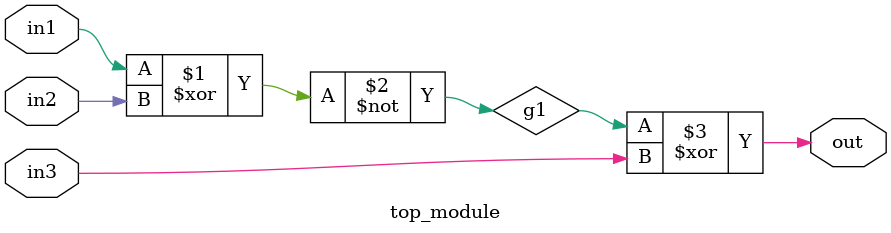
<source format=v>
module top_module (
    input in1,
    input in2,
    input in3,
    output out);
    wire g1;
    xnor(g1,in1,in2);
    xor(out,g1,in3);

endmodule

</source>
